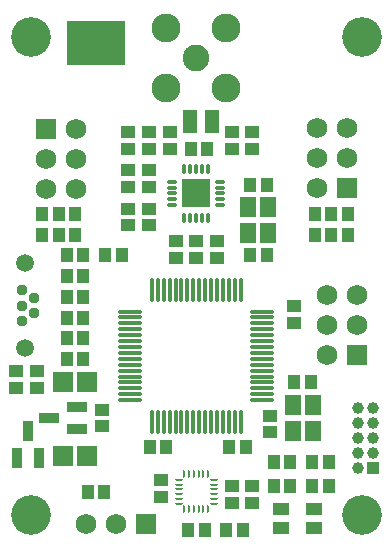
<source format=gts>
G04 Layer_Color=8388736*
%FSLAX24Y24*%
%MOIN*%
G70*
G01*
G75*
%ADD21O,0.0827X0.0118*%
%ADD22O,0.0118X0.0827*%
G04:AMPARAMS|DCode=24|XSize=24mil|YSize=9mil|CornerRadius=4.5mil|HoleSize=0mil|Usage=FLASHONLY|Rotation=270.000|XOffset=0mil|YOffset=0mil|HoleType=Round|Shape=RoundedRectangle|*
%AMROUNDEDRECTD24*
21,1,0.0240,0.0000,0,0,270.0*
21,1,0.0150,0.0090,0,0,270.0*
1,1,0.0090,0.0000,-0.0075*
1,1,0.0090,0.0000,0.0075*
1,1,0.0090,0.0000,0.0075*
1,1,0.0090,0.0000,-0.0075*
%
%ADD24ROUNDEDRECTD24*%
G04:AMPARAMS|DCode=25|XSize=24mil|YSize=9mil|CornerRadius=4.5mil|HoleSize=0mil|Usage=FLASHONLY|Rotation=180.000|XOffset=0mil|YOffset=0mil|HoleType=Round|Shape=RoundedRectangle|*
%AMROUNDEDRECTD25*
21,1,0.0240,0.0000,0,0,180.0*
21,1,0.0150,0.0090,0,0,180.0*
1,1,0.0090,-0.0075,0.0000*
1,1,0.0090,0.0075,0.0000*
1,1,0.0090,0.0075,0.0000*
1,1,0.0090,-0.0075,0.0000*
%
%ADD25ROUNDEDRECTD25*%
%ADD36C,0.0591*%
%ADD40C,0.0370*%
%ADD41C,0.0394*%
%ADD42R,0.0394X0.0394*%
%ADD51R,0.0454X0.0415*%
%ADD52R,0.1950X0.1450*%
%ADD53R,0.0336X0.0671*%
%ADD54R,0.0671X0.0336*%
%ADD55R,0.0415X0.0454*%
%ADD56R,0.0651X0.0691*%
%ADD57R,0.0572X0.0651*%
%ADD58R,0.0514X0.0258*%
%ADD59O,0.0119X0.0394*%
%ADD60O,0.0394X0.0119*%
%ADD61R,0.0926X0.0926*%
%ADD62R,0.0572X0.0415*%
%ADD63R,0.0691X0.0691*%
%ADD64C,0.0691*%
%ADD65R,0.0691X0.0691*%
%ADD66C,0.1320*%
%ADD67C,0.0966*%
%ADD68C,0.0887*%
D21*
X-2205Y492D02*
D03*
Y689D02*
D03*
X2205Y1476D02*
D03*
Y1280D02*
D03*
Y1083D02*
D03*
Y886D02*
D03*
Y689D02*
D03*
Y492D02*
D03*
Y295D02*
D03*
Y98D02*
D03*
Y-98D02*
D03*
Y-295D02*
D03*
Y-492D02*
D03*
Y-689D02*
D03*
Y-886D02*
D03*
Y-1083D02*
D03*
Y-1280D02*
D03*
Y-1476D02*
D03*
X-2205D02*
D03*
Y-1280D02*
D03*
Y-1083D02*
D03*
Y-886D02*
D03*
Y-689D02*
D03*
Y-492D02*
D03*
Y-295D02*
D03*
Y-98D02*
D03*
Y98D02*
D03*
Y295D02*
D03*
Y886D02*
D03*
Y1083D02*
D03*
Y1280D02*
D03*
Y1476D02*
D03*
D22*
X-1476Y2205D02*
D03*
X-1280D02*
D03*
X-1083D02*
D03*
X-886D02*
D03*
X-689D02*
D03*
X-492D02*
D03*
X-295D02*
D03*
X-98D02*
D03*
X98D02*
D03*
X295D02*
D03*
X492D02*
D03*
X689D02*
D03*
X886D02*
D03*
X1083D02*
D03*
X1280D02*
D03*
X1476D02*
D03*
Y-2205D02*
D03*
X1280D02*
D03*
X1083D02*
D03*
X886D02*
D03*
X689D02*
D03*
X492D02*
D03*
X295D02*
D03*
X98D02*
D03*
X-98D02*
D03*
X-295D02*
D03*
X-492D02*
D03*
X-689D02*
D03*
X-886D02*
D03*
X-1083D02*
D03*
X-1280D02*
D03*
X-1476D02*
D03*
D24*
X-394Y-3928D02*
D03*
X-236D02*
D03*
X-79D02*
D03*
X80D02*
D03*
X240D02*
D03*
X400D02*
D03*
Y-5118D02*
D03*
X240D02*
D03*
X80D02*
D03*
X-79D02*
D03*
X-236D02*
D03*
X-394D02*
D03*
D25*
X600Y-4128D02*
D03*
Y-4288D02*
D03*
Y-4448D02*
D03*
Y-4606D02*
D03*
Y-4764D02*
D03*
Y-4921D02*
D03*
X-591D02*
D03*
Y-4764D02*
D03*
Y-4606D02*
D03*
Y-4448D02*
D03*
Y-4288D02*
D03*
Y-4128D02*
D03*
D36*
X-5720Y266D02*
D03*
Y3081D02*
D03*
D40*
X-5807Y2185D02*
D03*
Y1673D02*
D03*
Y1161D02*
D03*
X-5413Y1417D02*
D03*
Y1929D02*
D03*
D41*
X5406Y-1740D02*
D03*
X5906D02*
D03*
X5406Y-2240D02*
D03*
X5906D02*
D03*
X5406Y-2740D02*
D03*
X5906D02*
D03*
X5406Y-3240D02*
D03*
X5906D02*
D03*
X5406Y-3740D02*
D03*
D42*
X5906D02*
D03*
D51*
X3248Y1654D02*
D03*
Y1102D02*
D03*
X-1181Y-4705D02*
D03*
Y-4154D02*
D03*
X2461Y-2539D02*
D03*
Y-1988D02*
D03*
X1870Y-4902D02*
D03*
Y-4350D02*
D03*
X1181Y-4350D02*
D03*
Y-4902D02*
D03*
X-3150Y-1791D02*
D03*
Y-2343D02*
D03*
X-5315Y-1063D02*
D03*
Y-512D02*
D03*
X-6004Y-1063D02*
D03*
Y-512D02*
D03*
X-1575Y6181D02*
D03*
Y5630D02*
D03*
X-1575Y4350D02*
D03*
Y4902D02*
D03*
X689Y3268D02*
D03*
Y3819D02*
D03*
X0Y3268D02*
D03*
Y3819D02*
D03*
X1870Y7461D02*
D03*
Y6909D02*
D03*
X1181Y7461D02*
D03*
Y6909D02*
D03*
X-1575Y7461D02*
D03*
Y6909D02*
D03*
X-2264Y7461D02*
D03*
Y6909D02*
D03*
X-886D02*
D03*
Y7461D02*
D03*
X-689Y3819D02*
D03*
Y3268D02*
D03*
X-2264Y4350D02*
D03*
Y4902D02*
D03*
X-2264Y5630D02*
D03*
Y6181D02*
D03*
D52*
X-3346Y10433D02*
D03*
D53*
X-5984Y-3415D02*
D03*
X-5236D02*
D03*
X-5610Y-2490D02*
D03*
D54*
X-3967Y-2441D02*
D03*
Y-1693D02*
D03*
X-4892Y-2067D02*
D03*
D55*
X276Y-5807D02*
D03*
X-276D02*
D03*
X-4311Y-98D02*
D03*
X-3760D02*
D03*
X1004Y-5807D02*
D03*
X1555D02*
D03*
X1102Y-3051D02*
D03*
X1654D02*
D03*
X3130Y-3543D02*
D03*
X2579D02*
D03*
X3130Y-4331D02*
D03*
X2579D02*
D03*
X4409D02*
D03*
X3858D02*
D03*
X4409Y-3543D02*
D03*
X3858D02*
D03*
X-1004Y-3051D02*
D03*
X-1555D02*
D03*
X-3760Y3346D02*
D03*
X-4311D02*
D03*
X-3760Y2667D02*
D03*
X-4311D02*
D03*
X-3760Y1978D02*
D03*
X-4311D02*
D03*
X-3760Y1270D02*
D03*
X-4311D02*
D03*
X-3760Y591D02*
D03*
X-4311D02*
D03*
X-3622Y-4528D02*
D03*
X-3071D02*
D03*
X2343Y5709D02*
D03*
X1791D02*
D03*
X1791Y3346D02*
D03*
X2343D02*
D03*
X3268Y-886D02*
D03*
X3819D02*
D03*
X-3031Y3346D02*
D03*
X-2480D02*
D03*
X374Y6890D02*
D03*
X-177D02*
D03*
X-5138Y4035D02*
D03*
X-4587Y4035D02*
D03*
X-4035D02*
D03*
X-5138Y4724D02*
D03*
X-4587Y4724D02*
D03*
X-4035D02*
D03*
X5059Y4035D02*
D03*
X4508Y4035D02*
D03*
X3957D02*
D03*
X5059Y4724D02*
D03*
X4508Y4724D02*
D03*
X3957D02*
D03*
D56*
X-3642Y-3346D02*
D03*
X-4429D02*
D03*
X-4429Y-886D02*
D03*
X-3642D02*
D03*
D57*
X3878Y-2500D02*
D03*
Y-1634D02*
D03*
X3209D02*
D03*
Y-2500D02*
D03*
X1732Y4094D02*
D03*
Y4961D02*
D03*
X2402D02*
D03*
Y4094D02*
D03*
D58*
X-197Y8071D02*
D03*
Y7815D02*
D03*
Y7559D02*
D03*
X512D02*
D03*
Y7815D02*
D03*
Y8071D02*
D03*
D59*
X-394Y4606D02*
D03*
X-197D02*
D03*
X0D02*
D03*
X197D02*
D03*
X394D02*
D03*
Y6220D02*
D03*
X197D02*
D03*
X0D02*
D03*
X-197D02*
D03*
X-394D02*
D03*
D60*
X807Y5020D02*
D03*
Y5217D02*
D03*
Y5413D02*
D03*
Y5610D02*
D03*
Y5807D02*
D03*
X-807D02*
D03*
Y5610D02*
D03*
Y5413D02*
D03*
Y5217D02*
D03*
Y5020D02*
D03*
D61*
X0Y5413D02*
D03*
D62*
X2835Y-5728D02*
D03*
Y-5098D02*
D03*
X3937D02*
D03*
Y-5728D02*
D03*
D63*
X5354Y39D02*
D03*
X5020Y5610D02*
D03*
X-5020Y7579D02*
D03*
D64*
X4354Y39D02*
D03*
X5354Y1039D02*
D03*
X4354D02*
D03*
X5354Y2039D02*
D03*
X4354D02*
D03*
X4020Y5610D02*
D03*
X5020Y6610D02*
D03*
X4020D02*
D03*
X5020Y7610D02*
D03*
X4020D02*
D03*
X-2673Y-5610D02*
D03*
X-3673D02*
D03*
X-4020Y7579D02*
D03*
X-5020Y6579D02*
D03*
X-4020D02*
D03*
X-5020Y5579D02*
D03*
X-4020D02*
D03*
D65*
X-1673Y-5610D02*
D03*
D66*
X5512Y-5315D02*
D03*
X-5512D02*
D03*
Y10630D02*
D03*
X5512D02*
D03*
D67*
X-1000Y8941D02*
D03*
X1000D02*
D03*
Y10941D02*
D03*
X-1000D02*
D03*
D68*
X0Y9941D02*
D03*
M02*

</source>
